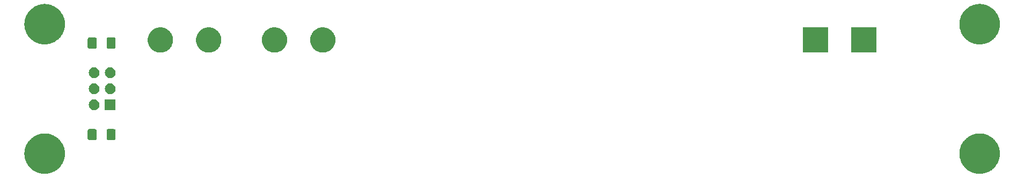
<source format=gbr>
G04 #@! TF.GenerationSoftware,KiCad,Pcbnew,8.0.5-8.0.5-0~ubuntu22.04.1*
G04 #@! TF.CreationDate,2024-09-10T18:26:47+02:00*
G04 #@! TF.ProjectId,Tube Driver,54756265-2044-4726-9976-65722e6b6963,1.0*
G04 #@! TF.SameCoordinates,Original*
G04 #@! TF.FileFunction,Soldermask,Bot*
G04 #@! TF.FilePolarity,Negative*
%FSLAX46Y46*%
G04 Gerber Fmt 4.6, Leading zero omitted, Abs format (unit mm)*
G04 Created by KiCad (PCBNEW 8.0.5-8.0.5-0~ubuntu22.04.1) date 2024-09-10 18:26:47*
%MOMM*%
%LPD*%
G01*
G04 APERTURE LIST*
G04 APERTURE END LIST*
G36*
X75084866Y-112804766D02*
G01*
X75173239Y-112804766D01*
X75267593Y-112815027D01*
X75358286Y-112820121D01*
X75436297Y-112833375D01*
X75517692Y-112842228D01*
X75616827Y-112864049D01*
X75712067Y-112880231D01*
X75782406Y-112900495D01*
X75856067Y-112916709D01*
X75958574Y-112951248D01*
X76056893Y-112979573D01*
X76119045Y-113005317D01*
X76184417Y-113027344D01*
X76288715Y-113075597D01*
X76388428Y-113116900D01*
X76442068Y-113146546D01*
X76498874Y-113172827D01*
X76603243Y-113235624D01*
X76702503Y-113290483D01*
X76747599Y-113322480D01*
X76795755Y-113351455D01*
X76898321Y-113429423D01*
X76995167Y-113498139D01*
X77031908Y-113530972D01*
X77071590Y-113561138D01*
X77170412Y-113654747D01*
X77262742Y-113737258D01*
X77291553Y-113769498D01*
X77323131Y-113799410D01*
X77416173Y-113908948D01*
X77501861Y-114004833D01*
X77523383Y-114035166D01*
X77547436Y-114063483D01*
X77632634Y-114189140D01*
X77709517Y-114297497D01*
X77724576Y-114324745D01*
X77741880Y-114350266D01*
X77817197Y-114492329D01*
X77883100Y-114611572D01*
X77892691Y-114634727D01*
X77904174Y-114656386D01*
X77967585Y-114815536D01*
X78020427Y-114943107D01*
X78025682Y-114961350D01*
X78032419Y-114978257D01*
X78082018Y-115156896D01*
X78119769Y-115287933D01*
X78121926Y-115300633D01*
X78125115Y-115312116D01*
X78159106Y-115519457D01*
X78179879Y-115641714D01*
X78180259Y-115648481D01*
X78181167Y-115654020D01*
X78197856Y-115961838D01*
X78200000Y-116000000D01*
X78197856Y-116038164D01*
X78181167Y-116345979D01*
X78180259Y-116351516D01*
X78179879Y-116358286D01*
X78159102Y-116480569D01*
X78125115Y-116687883D01*
X78121927Y-116699363D01*
X78119769Y-116712067D01*
X78082010Y-116843130D01*
X78032419Y-117021742D01*
X78025683Y-117038646D01*
X78020427Y-117056893D01*
X77967574Y-117184489D01*
X77904174Y-117343613D01*
X77892693Y-117365268D01*
X77883100Y-117388428D01*
X77817184Y-117507694D01*
X77741880Y-117649733D01*
X77724579Y-117675248D01*
X77709517Y-117702503D01*
X77632618Y-117810880D01*
X77547436Y-117936516D01*
X77523387Y-117964827D01*
X77501861Y-117995167D01*
X77416156Y-118091071D01*
X77323131Y-118200589D01*
X77291559Y-118230494D01*
X77262742Y-118262742D01*
X77170393Y-118345269D01*
X77071590Y-118438861D01*
X77031915Y-118469020D01*
X76995167Y-118501861D01*
X76898301Y-118570590D01*
X76795755Y-118648544D01*
X76747609Y-118677512D01*
X76702503Y-118709517D01*
X76603222Y-118764387D01*
X76498874Y-118827172D01*
X76442079Y-118853447D01*
X76388428Y-118883100D01*
X76288694Y-118924411D01*
X76184417Y-118972655D01*
X76119058Y-118994676D01*
X76056893Y-119020427D01*
X75958554Y-119048757D01*
X75856067Y-119083290D01*
X75782420Y-119099500D01*
X75712067Y-119119769D01*
X75616807Y-119135954D01*
X75517692Y-119157771D01*
X75436309Y-119166622D01*
X75358286Y-119179879D01*
X75267588Y-119184972D01*
X75173239Y-119195234D01*
X75084866Y-119195234D01*
X75000000Y-119200000D01*
X74915134Y-119195234D01*
X74826761Y-119195234D01*
X74732411Y-119184972D01*
X74641714Y-119179879D01*
X74563691Y-119166622D01*
X74482307Y-119157771D01*
X74383187Y-119135953D01*
X74287933Y-119119769D01*
X74217582Y-119099501D01*
X74143932Y-119083290D01*
X74041438Y-119048755D01*
X73943107Y-119020427D01*
X73880945Y-118994678D01*
X73815582Y-118972655D01*
X73711295Y-118924407D01*
X73611572Y-118883100D01*
X73557925Y-118853450D01*
X73501125Y-118827172D01*
X73396764Y-118764380D01*
X73297497Y-118709517D01*
X73252396Y-118677516D01*
X73204244Y-118648544D01*
X73101683Y-118570580D01*
X73004833Y-118501861D01*
X72968089Y-118469025D01*
X72928409Y-118438861D01*
X72829588Y-118345253D01*
X72737258Y-118262742D01*
X72708445Y-118230501D01*
X72676868Y-118200589D01*
X72583823Y-118091048D01*
X72498139Y-117995167D01*
X72476617Y-117964835D01*
X72452563Y-117936516D01*
X72367358Y-117810849D01*
X72290483Y-117702503D01*
X72275424Y-117675256D01*
X72258119Y-117649733D01*
X72182791Y-117507649D01*
X72116900Y-117388428D01*
X72107310Y-117365277D01*
X72095825Y-117343613D01*
X72032399Y-117184425D01*
X71979573Y-117056893D01*
X71974318Y-117038655D01*
X71967580Y-117021742D01*
X71917961Y-116843034D01*
X71880231Y-116712067D01*
X71878074Y-116699372D01*
X71874884Y-116687883D01*
X71840869Y-116480401D01*
X71820121Y-116358286D01*
X71819741Y-116351525D01*
X71818832Y-116345979D01*
X71802114Y-116037648D01*
X71800000Y-116000000D01*
X71802114Y-115962354D01*
X71818832Y-115654020D01*
X71819741Y-115648472D01*
X71820121Y-115641714D01*
X71840864Y-115519625D01*
X71874884Y-115312116D01*
X71878074Y-115300624D01*
X71880231Y-115287933D01*
X71917954Y-115156992D01*
X71967580Y-114978257D01*
X71974319Y-114961341D01*
X71979573Y-114943107D01*
X72032388Y-114815599D01*
X72095825Y-114656386D01*
X72107312Y-114634718D01*
X72116900Y-114611572D01*
X72182778Y-114492373D01*
X72258119Y-114350266D01*
X72275427Y-114324737D01*
X72290483Y-114297497D01*
X72367343Y-114189172D01*
X72452563Y-114063483D01*
X72476621Y-114035158D01*
X72498139Y-114004833D01*
X72583806Y-113908970D01*
X72676868Y-113799410D01*
X72708451Y-113769492D01*
X72737258Y-113737258D01*
X72829569Y-113654763D01*
X72928409Y-113561138D01*
X72968097Y-113530967D01*
X73004833Y-113498139D01*
X73101663Y-113429433D01*
X73204244Y-113351455D01*
X73252405Y-113322477D01*
X73297497Y-113290483D01*
X73396744Y-113235630D01*
X73501125Y-113172827D01*
X73557936Y-113146543D01*
X73611572Y-113116900D01*
X73711275Y-113075601D01*
X73815582Y-113027344D01*
X73880958Y-113005315D01*
X73943107Y-112979573D01*
X74041418Y-112951250D01*
X74143932Y-112916709D01*
X74217596Y-112900494D01*
X74287933Y-112880231D01*
X74383167Y-112864049D01*
X74482307Y-112842228D01*
X74563704Y-112833375D01*
X74641714Y-112820121D01*
X74732406Y-112815027D01*
X74826761Y-112804766D01*
X74915134Y-112804766D01*
X75000000Y-112800000D01*
X75084866Y-112804766D01*
G37*
G36*
X222584866Y-112804766D02*
G01*
X222673239Y-112804766D01*
X222767593Y-112815027D01*
X222858286Y-112820121D01*
X222936297Y-112833375D01*
X223017692Y-112842228D01*
X223116827Y-112864049D01*
X223212067Y-112880231D01*
X223282406Y-112900495D01*
X223356067Y-112916709D01*
X223458574Y-112951248D01*
X223556893Y-112979573D01*
X223619045Y-113005317D01*
X223684417Y-113027344D01*
X223788715Y-113075597D01*
X223888428Y-113116900D01*
X223942068Y-113146546D01*
X223998874Y-113172827D01*
X224103243Y-113235624D01*
X224202503Y-113290483D01*
X224247599Y-113322480D01*
X224295755Y-113351455D01*
X224398321Y-113429423D01*
X224495167Y-113498139D01*
X224531908Y-113530972D01*
X224571590Y-113561138D01*
X224670412Y-113654747D01*
X224762742Y-113737258D01*
X224791553Y-113769498D01*
X224823131Y-113799410D01*
X224916173Y-113908948D01*
X225001861Y-114004833D01*
X225023383Y-114035166D01*
X225047436Y-114063483D01*
X225132634Y-114189140D01*
X225209517Y-114297497D01*
X225224576Y-114324745D01*
X225241880Y-114350266D01*
X225317197Y-114492329D01*
X225383100Y-114611572D01*
X225392691Y-114634727D01*
X225404174Y-114656386D01*
X225467585Y-114815536D01*
X225520427Y-114943107D01*
X225525682Y-114961350D01*
X225532419Y-114978257D01*
X225582018Y-115156896D01*
X225619769Y-115287933D01*
X225621926Y-115300633D01*
X225625115Y-115312116D01*
X225659106Y-115519457D01*
X225679879Y-115641714D01*
X225680259Y-115648481D01*
X225681167Y-115654020D01*
X225697856Y-115961838D01*
X225700000Y-116000000D01*
X225697856Y-116038164D01*
X225681167Y-116345979D01*
X225680259Y-116351516D01*
X225679879Y-116358286D01*
X225659102Y-116480569D01*
X225625115Y-116687883D01*
X225621927Y-116699363D01*
X225619769Y-116712067D01*
X225582010Y-116843130D01*
X225532419Y-117021742D01*
X225525683Y-117038646D01*
X225520427Y-117056893D01*
X225467574Y-117184489D01*
X225404174Y-117343613D01*
X225392693Y-117365268D01*
X225383100Y-117388428D01*
X225317184Y-117507694D01*
X225241880Y-117649733D01*
X225224579Y-117675248D01*
X225209517Y-117702503D01*
X225132618Y-117810880D01*
X225047436Y-117936516D01*
X225023387Y-117964827D01*
X225001861Y-117995167D01*
X224916156Y-118091071D01*
X224823131Y-118200589D01*
X224791559Y-118230494D01*
X224762742Y-118262742D01*
X224670393Y-118345269D01*
X224571590Y-118438861D01*
X224531915Y-118469020D01*
X224495167Y-118501861D01*
X224398301Y-118570590D01*
X224295755Y-118648544D01*
X224247609Y-118677512D01*
X224202503Y-118709517D01*
X224103222Y-118764387D01*
X223998874Y-118827172D01*
X223942079Y-118853447D01*
X223888428Y-118883100D01*
X223788694Y-118924411D01*
X223684417Y-118972655D01*
X223619058Y-118994676D01*
X223556893Y-119020427D01*
X223458554Y-119048757D01*
X223356067Y-119083290D01*
X223282420Y-119099500D01*
X223212067Y-119119769D01*
X223116807Y-119135954D01*
X223017692Y-119157771D01*
X222936309Y-119166622D01*
X222858286Y-119179879D01*
X222767588Y-119184972D01*
X222673239Y-119195234D01*
X222584866Y-119195234D01*
X222500000Y-119200000D01*
X222415134Y-119195234D01*
X222326761Y-119195234D01*
X222232411Y-119184972D01*
X222141714Y-119179879D01*
X222063691Y-119166622D01*
X221982307Y-119157771D01*
X221883187Y-119135953D01*
X221787933Y-119119769D01*
X221717582Y-119099501D01*
X221643932Y-119083290D01*
X221541438Y-119048755D01*
X221443107Y-119020427D01*
X221380945Y-118994678D01*
X221315582Y-118972655D01*
X221211295Y-118924407D01*
X221111572Y-118883100D01*
X221057925Y-118853450D01*
X221001125Y-118827172D01*
X220896764Y-118764380D01*
X220797497Y-118709517D01*
X220752396Y-118677516D01*
X220704244Y-118648544D01*
X220601683Y-118570580D01*
X220504833Y-118501861D01*
X220468089Y-118469025D01*
X220428409Y-118438861D01*
X220329588Y-118345253D01*
X220237258Y-118262742D01*
X220208445Y-118230501D01*
X220176868Y-118200589D01*
X220083823Y-118091048D01*
X219998139Y-117995167D01*
X219976617Y-117964835D01*
X219952563Y-117936516D01*
X219867358Y-117810849D01*
X219790483Y-117702503D01*
X219775424Y-117675256D01*
X219758119Y-117649733D01*
X219682791Y-117507649D01*
X219616900Y-117388428D01*
X219607310Y-117365277D01*
X219595825Y-117343613D01*
X219532399Y-117184425D01*
X219479573Y-117056893D01*
X219474318Y-117038655D01*
X219467580Y-117021742D01*
X219417961Y-116843034D01*
X219380231Y-116712067D01*
X219378074Y-116699372D01*
X219374884Y-116687883D01*
X219340869Y-116480401D01*
X219320121Y-116358286D01*
X219319741Y-116351525D01*
X219318832Y-116345979D01*
X219302114Y-116037648D01*
X219300000Y-116000000D01*
X219302114Y-115962354D01*
X219318832Y-115654020D01*
X219319741Y-115648472D01*
X219320121Y-115641714D01*
X219340864Y-115519625D01*
X219374884Y-115312116D01*
X219378074Y-115300624D01*
X219380231Y-115287933D01*
X219417954Y-115156992D01*
X219467580Y-114978257D01*
X219474319Y-114961341D01*
X219479573Y-114943107D01*
X219532388Y-114815599D01*
X219595825Y-114656386D01*
X219607312Y-114634718D01*
X219616900Y-114611572D01*
X219682778Y-114492373D01*
X219758119Y-114350266D01*
X219775427Y-114324737D01*
X219790483Y-114297497D01*
X219867343Y-114189172D01*
X219952563Y-114063483D01*
X219976621Y-114035158D01*
X219998139Y-114004833D01*
X220083806Y-113908970D01*
X220176868Y-113799410D01*
X220208451Y-113769492D01*
X220237258Y-113737258D01*
X220329569Y-113654763D01*
X220428409Y-113561138D01*
X220468097Y-113530967D01*
X220504833Y-113498139D01*
X220601663Y-113429433D01*
X220704244Y-113351455D01*
X220752405Y-113322477D01*
X220797497Y-113290483D01*
X220896744Y-113235630D01*
X221001125Y-113172827D01*
X221057936Y-113146543D01*
X221111572Y-113116900D01*
X221211275Y-113075601D01*
X221315582Y-113027344D01*
X221380958Y-113005315D01*
X221443107Y-112979573D01*
X221541418Y-112951250D01*
X221643932Y-112916709D01*
X221717596Y-112900494D01*
X221787933Y-112880231D01*
X221883167Y-112864049D01*
X221982307Y-112842228D01*
X222063704Y-112833375D01*
X222141714Y-112820121D01*
X222232406Y-112815027D01*
X222326761Y-112804766D01*
X222415134Y-112804766D01*
X222500000Y-112800000D01*
X222584866Y-112804766D01*
G37*
G36*
X82966546Y-112125805D02*
G01*
X83017907Y-112131764D01*
X83035453Y-112139511D01*
X83058170Y-112144030D01*
X83082487Y-112160278D01*
X83103293Y-112169465D01*
X83117504Y-112183676D01*
X83139276Y-112198224D01*
X83153823Y-112219995D01*
X83168034Y-112234206D01*
X83177219Y-112255010D01*
X83193470Y-112279330D01*
X83197988Y-112302047D01*
X83205735Y-112319592D01*
X83211696Y-112370966D01*
X83212499Y-112375002D01*
X83212499Y-112377883D01*
X83212500Y-112377892D01*
X83212500Y-113027344D01*
X83212500Y-113624999D01*
X83211694Y-113629048D01*
X83205735Y-113680407D01*
X83197989Y-113697949D01*
X83193470Y-113720670D01*
X83177218Y-113744991D01*
X83168034Y-113765793D01*
X83153825Y-113780001D01*
X83139276Y-113801776D01*
X83117501Y-113816325D01*
X83103293Y-113830534D01*
X83082491Y-113839718D01*
X83058170Y-113855970D01*
X83035450Y-113860488D01*
X83017907Y-113868235D01*
X82966534Y-113874196D01*
X82962498Y-113874999D01*
X82959615Y-113874999D01*
X82959607Y-113875000D01*
X82040393Y-113875000D01*
X82040392Y-113874999D01*
X82037501Y-113875000D01*
X82033451Y-113874194D01*
X81982092Y-113868235D01*
X81964548Y-113860488D01*
X81941830Y-113855970D01*
X81917510Y-113839719D01*
X81896706Y-113830534D01*
X81882495Y-113816323D01*
X81860724Y-113801776D01*
X81846176Y-113780004D01*
X81831965Y-113765793D01*
X81822778Y-113744987D01*
X81806530Y-113720670D01*
X81802011Y-113697954D01*
X81794264Y-113680407D01*
X81788303Y-113629033D01*
X81787501Y-113624998D01*
X81787500Y-113622115D01*
X81787500Y-113622107D01*
X81787500Y-112377892D01*
X81787500Y-112377891D01*
X81787500Y-112375001D01*
X81788304Y-112370954D01*
X81794264Y-112319592D01*
X81802011Y-112302044D01*
X81806530Y-112279330D01*
X81822777Y-112255014D01*
X81831965Y-112234206D01*
X81846178Y-112219992D01*
X81860724Y-112198224D01*
X81882492Y-112183678D01*
X81896706Y-112169465D01*
X81917514Y-112160277D01*
X81941830Y-112144030D01*
X81964543Y-112139512D01*
X81982092Y-112131764D01*
X82033467Y-112125803D01*
X82037502Y-112125001D01*
X82040384Y-112125000D01*
X82040393Y-112125000D01*
X82959607Y-112125000D01*
X82962499Y-112125000D01*
X82966546Y-112125805D01*
G37*
G36*
X85941546Y-112125805D02*
G01*
X85992907Y-112131764D01*
X86010453Y-112139511D01*
X86033170Y-112144030D01*
X86057487Y-112160278D01*
X86078293Y-112169465D01*
X86092504Y-112183676D01*
X86114276Y-112198224D01*
X86128823Y-112219995D01*
X86143034Y-112234206D01*
X86152219Y-112255010D01*
X86168470Y-112279330D01*
X86172988Y-112302047D01*
X86180735Y-112319592D01*
X86186696Y-112370966D01*
X86187499Y-112375002D01*
X86187499Y-112377883D01*
X86187500Y-112377892D01*
X86187500Y-113027344D01*
X86187500Y-113624999D01*
X86186694Y-113629048D01*
X86180735Y-113680407D01*
X86172989Y-113697949D01*
X86168470Y-113720670D01*
X86152218Y-113744991D01*
X86143034Y-113765793D01*
X86128825Y-113780001D01*
X86114276Y-113801776D01*
X86092501Y-113816325D01*
X86078293Y-113830534D01*
X86057491Y-113839718D01*
X86033170Y-113855970D01*
X86010450Y-113860488D01*
X85992907Y-113868235D01*
X85941534Y-113874196D01*
X85937498Y-113874999D01*
X85934615Y-113874999D01*
X85934607Y-113875000D01*
X85015393Y-113875000D01*
X85015392Y-113874999D01*
X85012501Y-113875000D01*
X85008451Y-113874194D01*
X84957092Y-113868235D01*
X84939548Y-113860488D01*
X84916830Y-113855970D01*
X84892510Y-113839719D01*
X84871706Y-113830534D01*
X84857495Y-113816323D01*
X84835724Y-113801776D01*
X84821176Y-113780004D01*
X84806965Y-113765793D01*
X84797778Y-113744987D01*
X84781530Y-113720670D01*
X84777011Y-113697954D01*
X84769264Y-113680407D01*
X84763303Y-113629033D01*
X84762501Y-113624998D01*
X84762500Y-113622115D01*
X84762500Y-113622107D01*
X84762500Y-112377892D01*
X84762500Y-112377891D01*
X84762500Y-112375001D01*
X84763304Y-112370954D01*
X84769264Y-112319592D01*
X84777011Y-112302044D01*
X84781530Y-112279330D01*
X84797777Y-112255014D01*
X84806965Y-112234206D01*
X84821178Y-112219992D01*
X84835724Y-112198224D01*
X84857492Y-112183678D01*
X84871706Y-112169465D01*
X84892514Y-112160277D01*
X84916830Y-112144030D01*
X84939543Y-112139512D01*
X84957092Y-112131764D01*
X85008467Y-112125803D01*
X85012502Y-112125001D01*
X85015384Y-112125000D01*
X85015393Y-112125000D01*
X85934607Y-112125000D01*
X85937499Y-112125000D01*
X85941546Y-112125805D01*
G37*
G36*
X86190000Y-109125000D02*
G01*
X84490000Y-109125000D01*
X84490000Y-107425000D01*
X86190000Y-107425000D01*
X86190000Y-109125000D01*
G37*
G36*
X83062664Y-107466602D02*
G01*
X83225000Y-107538878D01*
X83368761Y-107643327D01*
X83487664Y-107775383D01*
X83576514Y-107929274D01*
X83631425Y-108098275D01*
X83650000Y-108275000D01*
X83631425Y-108451725D01*
X83576514Y-108620726D01*
X83487664Y-108774617D01*
X83368761Y-108906673D01*
X83225000Y-109011122D01*
X83062664Y-109083398D01*
X82888849Y-109120344D01*
X82711151Y-109120344D01*
X82537336Y-109083398D01*
X82375000Y-109011122D01*
X82231239Y-108906673D01*
X82112336Y-108774617D01*
X82023486Y-108620726D01*
X81968575Y-108451725D01*
X81950000Y-108275000D01*
X81968575Y-108098275D01*
X82023486Y-107929274D01*
X82112336Y-107775383D01*
X82231239Y-107643327D01*
X82375000Y-107538878D01*
X82537336Y-107466602D01*
X82711151Y-107429656D01*
X82888849Y-107429656D01*
X83062664Y-107466602D01*
G37*
G36*
X83062664Y-104926602D02*
G01*
X83225000Y-104998878D01*
X83368761Y-105103327D01*
X83487664Y-105235383D01*
X83576514Y-105389274D01*
X83631425Y-105558275D01*
X83650000Y-105735000D01*
X83631425Y-105911725D01*
X83576514Y-106080726D01*
X83487664Y-106234617D01*
X83368761Y-106366673D01*
X83225000Y-106471122D01*
X83062664Y-106543398D01*
X82888849Y-106580344D01*
X82711151Y-106580344D01*
X82537336Y-106543398D01*
X82375000Y-106471122D01*
X82231239Y-106366673D01*
X82112336Y-106234617D01*
X82023486Y-106080726D01*
X81968575Y-105911725D01*
X81950000Y-105735000D01*
X81968575Y-105558275D01*
X82023486Y-105389274D01*
X82112336Y-105235383D01*
X82231239Y-105103327D01*
X82375000Y-104998878D01*
X82537336Y-104926602D01*
X82711151Y-104889656D01*
X82888849Y-104889656D01*
X83062664Y-104926602D01*
G37*
G36*
X85602664Y-104926602D02*
G01*
X85765000Y-104998878D01*
X85908761Y-105103327D01*
X86027664Y-105235383D01*
X86116514Y-105389274D01*
X86171425Y-105558275D01*
X86190000Y-105735000D01*
X86171425Y-105911725D01*
X86116514Y-106080726D01*
X86027664Y-106234617D01*
X85908761Y-106366673D01*
X85765000Y-106471122D01*
X85602664Y-106543398D01*
X85428849Y-106580344D01*
X85251151Y-106580344D01*
X85077336Y-106543398D01*
X84915000Y-106471122D01*
X84771239Y-106366673D01*
X84652336Y-106234617D01*
X84563486Y-106080726D01*
X84508575Y-105911725D01*
X84490000Y-105735000D01*
X84508575Y-105558275D01*
X84563486Y-105389274D01*
X84652336Y-105235383D01*
X84771239Y-105103327D01*
X84915000Y-104998878D01*
X85077336Y-104926602D01*
X85251151Y-104889656D01*
X85428849Y-104889656D01*
X85602664Y-104926602D01*
G37*
G36*
X83062664Y-102386602D02*
G01*
X83225000Y-102458878D01*
X83368761Y-102563327D01*
X83487664Y-102695383D01*
X83576514Y-102849274D01*
X83631425Y-103018275D01*
X83650000Y-103195000D01*
X83631425Y-103371725D01*
X83576514Y-103540726D01*
X83487664Y-103694617D01*
X83368761Y-103826673D01*
X83225000Y-103931122D01*
X83062664Y-104003398D01*
X82888849Y-104040344D01*
X82711151Y-104040344D01*
X82537336Y-104003398D01*
X82375000Y-103931122D01*
X82231239Y-103826673D01*
X82112336Y-103694617D01*
X82023486Y-103540726D01*
X81968575Y-103371725D01*
X81950000Y-103195000D01*
X81968575Y-103018275D01*
X82023486Y-102849274D01*
X82112336Y-102695383D01*
X82231239Y-102563327D01*
X82375000Y-102458878D01*
X82537336Y-102386602D01*
X82711151Y-102349656D01*
X82888849Y-102349656D01*
X83062664Y-102386602D01*
G37*
G36*
X85602664Y-102386602D02*
G01*
X85765000Y-102458878D01*
X85908761Y-102563327D01*
X86027664Y-102695383D01*
X86116514Y-102849274D01*
X86171425Y-103018275D01*
X86190000Y-103195000D01*
X86171425Y-103371725D01*
X86116514Y-103540726D01*
X86027664Y-103694617D01*
X85908761Y-103826673D01*
X85765000Y-103931122D01*
X85602664Y-104003398D01*
X85428849Y-104040344D01*
X85251151Y-104040344D01*
X85077336Y-104003398D01*
X84915000Y-103931122D01*
X84771239Y-103826673D01*
X84652336Y-103694617D01*
X84563486Y-103540726D01*
X84508575Y-103371725D01*
X84490000Y-103195000D01*
X84508575Y-103018275D01*
X84563486Y-102849274D01*
X84652336Y-102695383D01*
X84771239Y-102563327D01*
X84915000Y-102458878D01*
X85077336Y-102386602D01*
X85251151Y-102349656D01*
X85428849Y-102349656D01*
X85602664Y-102386602D01*
G37*
G36*
X93316820Y-96004779D02*
G01*
X93386479Y-96004779D01*
X93462051Y-96015166D01*
X93534630Y-96020357D01*
X93594370Y-96033352D01*
X93656884Y-96041945D01*
X93736804Y-96064337D01*
X93813465Y-96081014D01*
X93865218Y-96100317D01*
X93919718Y-96115587D01*
X94002109Y-96151374D01*
X94080830Y-96180736D01*
X94124097Y-96204361D01*
X94170078Y-96224334D01*
X94252798Y-96274637D01*
X94331282Y-96317493D01*
X94365964Y-96343456D01*
X94403291Y-96366155D01*
X94484006Y-96431821D01*
X94559721Y-96488501D01*
X94586102Y-96514882D01*
X94615028Y-96538415D01*
X94691265Y-96620045D01*
X94761499Y-96690279D01*
X94780240Y-96715314D01*
X94801331Y-96737897D01*
X94870503Y-96835891D01*
X94932507Y-96918718D01*
X94944591Y-96940849D01*
X94958740Y-96960893D01*
X95018266Y-97075774D01*
X95069264Y-97169170D01*
X95075955Y-97187110D01*
X95084314Y-97203242D01*
X95131645Y-97336420D01*
X95168986Y-97436535D01*
X95171763Y-97449304D01*
X95175721Y-97460439D01*
X95208495Y-97618157D01*
X95229643Y-97715370D01*
X95230139Y-97722312D01*
X95231256Y-97727685D01*
X95247316Y-97962482D01*
X95250000Y-98000000D01*
X95247316Y-98037520D01*
X95231256Y-98272314D01*
X95230139Y-98277686D01*
X95229643Y-98284630D01*
X95208491Y-98381863D01*
X95175721Y-98539560D01*
X95171764Y-98550692D01*
X95168986Y-98563465D01*
X95131637Y-98663599D01*
X95084314Y-98796757D01*
X95075956Y-98812885D01*
X95069264Y-98830830D01*
X95018256Y-98924243D01*
X94958740Y-99039106D01*
X94944594Y-99059145D01*
X94932507Y-99081282D01*
X94870491Y-99164124D01*
X94801331Y-99262102D01*
X94780244Y-99284680D01*
X94761499Y-99309721D01*
X94691251Y-99379968D01*
X94615028Y-99461584D01*
X94586107Y-99485112D01*
X94559721Y-99511499D01*
X94483990Y-99568190D01*
X94403291Y-99633844D01*
X94365971Y-99656538D01*
X94331282Y-99682507D01*
X94252782Y-99725371D01*
X94170078Y-99775665D01*
X94124106Y-99795633D01*
X94080830Y-99819264D01*
X94002093Y-99848631D01*
X93919718Y-99884412D01*
X93865229Y-99899678D01*
X93813465Y-99918986D01*
X93736788Y-99935665D01*
X93656884Y-99958054D01*
X93594380Y-99966645D01*
X93534630Y-99979643D01*
X93462047Y-99984834D01*
X93386479Y-99995221D01*
X93316820Y-99995221D01*
X93250000Y-100000000D01*
X93183180Y-99995221D01*
X93113521Y-99995221D01*
X93037952Y-99984834D01*
X92965370Y-99979643D01*
X92905621Y-99966645D01*
X92843115Y-99958054D01*
X92763206Y-99935665D01*
X92686535Y-99918986D01*
X92634773Y-99899679D01*
X92580281Y-99884412D01*
X92497899Y-99848628D01*
X92419170Y-99819264D01*
X92375897Y-99795635D01*
X92329921Y-99775665D01*
X92247207Y-99725365D01*
X92168718Y-99682507D01*
X92134032Y-99656541D01*
X92096708Y-99633844D01*
X92015996Y-99568180D01*
X91940279Y-99511499D01*
X91913896Y-99485116D01*
X91884971Y-99461584D01*
X91808733Y-99379953D01*
X91738501Y-99309721D01*
X91719759Y-99284685D01*
X91698668Y-99262102D01*
X91629491Y-99164101D01*
X91567493Y-99081282D01*
X91555409Y-99059151D01*
X91541259Y-99039106D01*
X91481724Y-98924207D01*
X91430736Y-98830830D01*
X91424045Y-98812892D01*
X91415685Y-98796757D01*
X91368341Y-98663542D01*
X91331014Y-98563465D01*
X91328237Y-98550700D01*
X91324278Y-98539560D01*
X91291486Y-98381761D01*
X91270357Y-98284630D01*
X91269860Y-98277693D01*
X91268743Y-98272314D01*
X91252660Y-98037200D01*
X91250000Y-98000000D01*
X91252660Y-97962802D01*
X91268743Y-97727685D01*
X91269861Y-97722304D01*
X91270357Y-97715370D01*
X91291481Y-97618260D01*
X91324278Y-97460439D01*
X91328237Y-97449297D01*
X91331014Y-97436535D01*
X91368333Y-97336477D01*
X91415685Y-97203242D01*
X91424046Y-97187103D01*
X91430736Y-97169170D01*
X91481713Y-97075810D01*
X91541259Y-96960893D01*
X91555411Y-96940843D01*
X91567493Y-96918718D01*
X91629478Y-96835915D01*
X91698668Y-96737897D01*
X91719763Y-96715308D01*
X91738501Y-96690279D01*
X91808719Y-96620060D01*
X91884971Y-96538415D01*
X91913902Y-96514877D01*
X91940279Y-96488501D01*
X92015981Y-96431830D01*
X92096708Y-96366155D01*
X92134039Y-96343452D01*
X92168718Y-96317493D01*
X92247191Y-96274643D01*
X92329921Y-96224334D01*
X92375906Y-96204359D01*
X92419170Y-96180736D01*
X92497883Y-96151377D01*
X92580281Y-96115587D01*
X92634784Y-96100316D01*
X92686535Y-96081014D01*
X92763190Y-96064338D01*
X92843115Y-96041945D01*
X92905630Y-96033352D01*
X92965370Y-96020357D01*
X93037947Y-96015166D01*
X93113521Y-96004779D01*
X93183180Y-96004779D01*
X93250000Y-96000000D01*
X93316820Y-96004779D01*
G37*
G36*
X100936820Y-96004779D02*
G01*
X101006479Y-96004779D01*
X101082051Y-96015166D01*
X101154630Y-96020357D01*
X101214370Y-96033352D01*
X101276884Y-96041945D01*
X101356804Y-96064337D01*
X101433465Y-96081014D01*
X101485218Y-96100317D01*
X101539718Y-96115587D01*
X101622109Y-96151374D01*
X101700830Y-96180736D01*
X101744097Y-96204361D01*
X101790078Y-96224334D01*
X101872798Y-96274637D01*
X101951282Y-96317493D01*
X101985964Y-96343456D01*
X102023291Y-96366155D01*
X102104006Y-96431821D01*
X102179721Y-96488501D01*
X102206102Y-96514882D01*
X102235028Y-96538415D01*
X102311265Y-96620045D01*
X102381499Y-96690279D01*
X102400240Y-96715314D01*
X102421331Y-96737897D01*
X102490503Y-96835891D01*
X102552507Y-96918718D01*
X102564591Y-96940849D01*
X102578740Y-96960893D01*
X102638266Y-97075774D01*
X102689264Y-97169170D01*
X102695955Y-97187110D01*
X102704314Y-97203242D01*
X102751645Y-97336420D01*
X102788986Y-97436535D01*
X102791763Y-97449304D01*
X102795721Y-97460439D01*
X102828495Y-97618157D01*
X102849643Y-97715370D01*
X102850139Y-97722312D01*
X102851256Y-97727685D01*
X102867316Y-97962482D01*
X102870000Y-98000000D01*
X102867316Y-98037520D01*
X102851256Y-98272314D01*
X102850139Y-98277686D01*
X102849643Y-98284630D01*
X102828491Y-98381863D01*
X102795721Y-98539560D01*
X102791764Y-98550692D01*
X102788986Y-98563465D01*
X102751637Y-98663599D01*
X102704314Y-98796757D01*
X102695956Y-98812885D01*
X102689264Y-98830830D01*
X102638256Y-98924243D01*
X102578740Y-99039106D01*
X102564594Y-99059145D01*
X102552507Y-99081282D01*
X102490491Y-99164124D01*
X102421331Y-99262102D01*
X102400244Y-99284680D01*
X102381499Y-99309721D01*
X102311251Y-99379968D01*
X102235028Y-99461584D01*
X102206107Y-99485112D01*
X102179721Y-99511499D01*
X102103990Y-99568190D01*
X102023291Y-99633844D01*
X101985971Y-99656538D01*
X101951282Y-99682507D01*
X101872782Y-99725371D01*
X101790078Y-99775665D01*
X101744106Y-99795633D01*
X101700830Y-99819264D01*
X101622093Y-99848631D01*
X101539718Y-99884412D01*
X101485229Y-99899678D01*
X101433465Y-99918986D01*
X101356788Y-99935665D01*
X101276884Y-99958054D01*
X101214380Y-99966645D01*
X101154630Y-99979643D01*
X101082047Y-99984834D01*
X101006479Y-99995221D01*
X100936820Y-99995221D01*
X100870000Y-100000000D01*
X100803180Y-99995221D01*
X100733521Y-99995221D01*
X100657952Y-99984834D01*
X100585370Y-99979643D01*
X100525621Y-99966645D01*
X100463115Y-99958054D01*
X100383206Y-99935665D01*
X100306535Y-99918986D01*
X100254773Y-99899679D01*
X100200281Y-99884412D01*
X100117899Y-99848628D01*
X100039170Y-99819264D01*
X99995897Y-99795635D01*
X99949921Y-99775665D01*
X99867207Y-99725365D01*
X99788718Y-99682507D01*
X99754032Y-99656541D01*
X99716708Y-99633844D01*
X99635996Y-99568180D01*
X99560279Y-99511499D01*
X99533896Y-99485116D01*
X99504971Y-99461584D01*
X99428733Y-99379953D01*
X99358501Y-99309721D01*
X99339759Y-99284685D01*
X99318668Y-99262102D01*
X99249491Y-99164101D01*
X99187493Y-99081282D01*
X99175409Y-99059151D01*
X99161259Y-99039106D01*
X99101724Y-98924207D01*
X99050736Y-98830830D01*
X99044045Y-98812892D01*
X99035685Y-98796757D01*
X98988341Y-98663542D01*
X98951014Y-98563465D01*
X98948237Y-98550700D01*
X98944278Y-98539560D01*
X98911486Y-98381761D01*
X98890357Y-98284630D01*
X98889860Y-98277693D01*
X98888743Y-98272314D01*
X98872660Y-98037200D01*
X98870000Y-98000000D01*
X98872660Y-97962802D01*
X98888743Y-97727685D01*
X98889861Y-97722304D01*
X98890357Y-97715370D01*
X98911481Y-97618260D01*
X98944278Y-97460439D01*
X98948237Y-97449297D01*
X98951014Y-97436535D01*
X98988333Y-97336477D01*
X99035685Y-97203242D01*
X99044046Y-97187103D01*
X99050736Y-97169170D01*
X99101713Y-97075810D01*
X99161259Y-96960893D01*
X99175411Y-96940843D01*
X99187493Y-96918718D01*
X99249478Y-96835915D01*
X99318668Y-96737897D01*
X99339763Y-96715308D01*
X99358501Y-96690279D01*
X99428719Y-96620060D01*
X99504971Y-96538415D01*
X99533902Y-96514877D01*
X99560279Y-96488501D01*
X99635981Y-96431830D01*
X99716708Y-96366155D01*
X99754039Y-96343452D01*
X99788718Y-96317493D01*
X99867191Y-96274643D01*
X99949921Y-96224334D01*
X99995906Y-96204359D01*
X100039170Y-96180736D01*
X100117883Y-96151377D01*
X100200281Y-96115587D01*
X100254784Y-96100316D01*
X100306535Y-96081014D01*
X100383190Y-96064338D01*
X100463115Y-96041945D01*
X100525630Y-96033352D01*
X100585370Y-96020357D01*
X100657947Y-96015166D01*
X100733521Y-96004779D01*
X100803180Y-96004779D01*
X100870000Y-96000000D01*
X100936820Y-96004779D01*
G37*
G36*
X111316820Y-96004779D02*
G01*
X111386479Y-96004779D01*
X111462051Y-96015166D01*
X111534630Y-96020357D01*
X111594370Y-96033352D01*
X111656884Y-96041945D01*
X111736804Y-96064337D01*
X111813465Y-96081014D01*
X111865218Y-96100317D01*
X111919718Y-96115587D01*
X112002109Y-96151374D01*
X112080830Y-96180736D01*
X112124097Y-96204361D01*
X112170078Y-96224334D01*
X112252798Y-96274637D01*
X112331282Y-96317493D01*
X112365964Y-96343456D01*
X112403291Y-96366155D01*
X112484006Y-96431821D01*
X112559721Y-96488501D01*
X112586102Y-96514882D01*
X112615028Y-96538415D01*
X112691265Y-96620045D01*
X112761499Y-96690279D01*
X112780240Y-96715314D01*
X112801331Y-96737897D01*
X112870503Y-96835891D01*
X112932507Y-96918718D01*
X112944591Y-96940849D01*
X112958740Y-96960893D01*
X113018266Y-97075774D01*
X113069264Y-97169170D01*
X113075955Y-97187110D01*
X113084314Y-97203242D01*
X113131645Y-97336420D01*
X113168986Y-97436535D01*
X113171763Y-97449304D01*
X113175721Y-97460439D01*
X113208495Y-97618157D01*
X113229643Y-97715370D01*
X113230139Y-97722312D01*
X113231256Y-97727685D01*
X113247316Y-97962482D01*
X113250000Y-98000000D01*
X113247316Y-98037520D01*
X113231256Y-98272314D01*
X113230139Y-98277686D01*
X113229643Y-98284630D01*
X113208491Y-98381863D01*
X113175721Y-98539560D01*
X113171764Y-98550692D01*
X113168986Y-98563465D01*
X113131637Y-98663599D01*
X113084314Y-98796757D01*
X113075956Y-98812885D01*
X113069264Y-98830830D01*
X113018256Y-98924243D01*
X112958740Y-99039106D01*
X112944594Y-99059145D01*
X112932507Y-99081282D01*
X112870491Y-99164124D01*
X112801331Y-99262102D01*
X112780244Y-99284680D01*
X112761499Y-99309721D01*
X112691251Y-99379968D01*
X112615028Y-99461584D01*
X112586107Y-99485112D01*
X112559721Y-99511499D01*
X112483990Y-99568190D01*
X112403291Y-99633844D01*
X112365971Y-99656538D01*
X112331282Y-99682507D01*
X112252782Y-99725371D01*
X112170078Y-99775665D01*
X112124106Y-99795633D01*
X112080830Y-99819264D01*
X112002093Y-99848631D01*
X111919718Y-99884412D01*
X111865229Y-99899678D01*
X111813465Y-99918986D01*
X111736788Y-99935665D01*
X111656884Y-99958054D01*
X111594380Y-99966645D01*
X111534630Y-99979643D01*
X111462047Y-99984834D01*
X111386479Y-99995221D01*
X111316820Y-99995221D01*
X111250000Y-100000000D01*
X111183180Y-99995221D01*
X111113521Y-99995221D01*
X111037952Y-99984834D01*
X110965370Y-99979643D01*
X110905621Y-99966645D01*
X110843115Y-99958054D01*
X110763206Y-99935665D01*
X110686535Y-99918986D01*
X110634773Y-99899679D01*
X110580281Y-99884412D01*
X110497899Y-99848628D01*
X110419170Y-99819264D01*
X110375897Y-99795635D01*
X110329921Y-99775665D01*
X110247207Y-99725365D01*
X110168718Y-99682507D01*
X110134032Y-99656541D01*
X110096708Y-99633844D01*
X110015996Y-99568180D01*
X109940279Y-99511499D01*
X109913896Y-99485116D01*
X109884971Y-99461584D01*
X109808733Y-99379953D01*
X109738501Y-99309721D01*
X109719759Y-99284685D01*
X109698668Y-99262102D01*
X109629491Y-99164101D01*
X109567493Y-99081282D01*
X109555409Y-99059151D01*
X109541259Y-99039106D01*
X109481724Y-98924207D01*
X109430736Y-98830830D01*
X109424045Y-98812892D01*
X109415685Y-98796757D01*
X109368341Y-98663542D01*
X109331014Y-98563465D01*
X109328237Y-98550700D01*
X109324278Y-98539560D01*
X109291486Y-98381761D01*
X109270357Y-98284630D01*
X109269860Y-98277693D01*
X109268743Y-98272314D01*
X109252660Y-98037200D01*
X109250000Y-98000000D01*
X109252660Y-97962802D01*
X109268743Y-97727685D01*
X109269861Y-97722304D01*
X109270357Y-97715370D01*
X109291481Y-97618260D01*
X109324278Y-97460439D01*
X109328237Y-97449297D01*
X109331014Y-97436535D01*
X109368333Y-97336477D01*
X109415685Y-97203242D01*
X109424046Y-97187103D01*
X109430736Y-97169170D01*
X109481713Y-97075810D01*
X109541259Y-96960893D01*
X109555411Y-96940843D01*
X109567493Y-96918718D01*
X109629478Y-96835915D01*
X109698668Y-96737897D01*
X109719763Y-96715308D01*
X109738501Y-96690279D01*
X109808719Y-96620060D01*
X109884971Y-96538415D01*
X109913902Y-96514877D01*
X109940279Y-96488501D01*
X110015981Y-96431830D01*
X110096708Y-96366155D01*
X110134039Y-96343452D01*
X110168718Y-96317493D01*
X110247191Y-96274643D01*
X110329921Y-96224334D01*
X110375906Y-96204359D01*
X110419170Y-96180736D01*
X110497883Y-96151377D01*
X110580281Y-96115587D01*
X110634784Y-96100316D01*
X110686535Y-96081014D01*
X110763190Y-96064338D01*
X110843115Y-96041945D01*
X110905630Y-96033352D01*
X110965370Y-96020357D01*
X111037947Y-96015166D01*
X111113521Y-96004779D01*
X111183180Y-96004779D01*
X111250000Y-96000000D01*
X111316820Y-96004779D01*
G37*
G36*
X118936820Y-96004779D02*
G01*
X119006479Y-96004779D01*
X119082051Y-96015166D01*
X119154630Y-96020357D01*
X119214370Y-96033352D01*
X119276884Y-96041945D01*
X119356804Y-96064337D01*
X119433465Y-96081014D01*
X119485218Y-96100317D01*
X119539718Y-96115587D01*
X119622109Y-96151374D01*
X119700830Y-96180736D01*
X119744097Y-96204361D01*
X119790078Y-96224334D01*
X119872798Y-96274637D01*
X119951282Y-96317493D01*
X119985964Y-96343456D01*
X120023291Y-96366155D01*
X120104006Y-96431821D01*
X120179721Y-96488501D01*
X120206102Y-96514882D01*
X120235028Y-96538415D01*
X120311265Y-96620045D01*
X120381499Y-96690279D01*
X120400240Y-96715314D01*
X120421331Y-96737897D01*
X120490503Y-96835891D01*
X120552507Y-96918718D01*
X120564591Y-96940849D01*
X120578740Y-96960893D01*
X120638266Y-97075774D01*
X120689264Y-97169170D01*
X120695955Y-97187110D01*
X120704314Y-97203242D01*
X120751645Y-97336420D01*
X120788986Y-97436535D01*
X120791763Y-97449304D01*
X120795721Y-97460439D01*
X120828495Y-97618157D01*
X120849643Y-97715370D01*
X120850139Y-97722312D01*
X120851256Y-97727685D01*
X120867316Y-97962482D01*
X120870000Y-98000000D01*
X120867316Y-98037520D01*
X120851256Y-98272314D01*
X120850139Y-98277686D01*
X120849643Y-98284630D01*
X120828491Y-98381863D01*
X120795721Y-98539560D01*
X120791764Y-98550692D01*
X120788986Y-98563465D01*
X120751637Y-98663599D01*
X120704314Y-98796757D01*
X120695956Y-98812885D01*
X120689264Y-98830830D01*
X120638256Y-98924243D01*
X120578740Y-99039106D01*
X120564594Y-99059145D01*
X120552507Y-99081282D01*
X120490491Y-99164124D01*
X120421331Y-99262102D01*
X120400244Y-99284680D01*
X120381499Y-99309721D01*
X120311251Y-99379968D01*
X120235028Y-99461584D01*
X120206107Y-99485112D01*
X120179721Y-99511499D01*
X120103990Y-99568190D01*
X120023291Y-99633844D01*
X119985971Y-99656538D01*
X119951282Y-99682507D01*
X119872782Y-99725371D01*
X119790078Y-99775665D01*
X119744106Y-99795633D01*
X119700830Y-99819264D01*
X119622093Y-99848631D01*
X119539718Y-99884412D01*
X119485229Y-99899678D01*
X119433465Y-99918986D01*
X119356788Y-99935665D01*
X119276884Y-99958054D01*
X119214380Y-99966645D01*
X119154630Y-99979643D01*
X119082047Y-99984834D01*
X119006479Y-99995221D01*
X118936820Y-99995221D01*
X118870000Y-100000000D01*
X118803180Y-99995221D01*
X118733521Y-99995221D01*
X118657952Y-99984834D01*
X118585370Y-99979643D01*
X118525621Y-99966645D01*
X118463115Y-99958054D01*
X118383206Y-99935665D01*
X118306535Y-99918986D01*
X118254773Y-99899679D01*
X118200281Y-99884412D01*
X118117899Y-99848628D01*
X118039170Y-99819264D01*
X117995897Y-99795635D01*
X117949921Y-99775665D01*
X117867207Y-99725365D01*
X117788718Y-99682507D01*
X117754032Y-99656541D01*
X117716708Y-99633844D01*
X117635996Y-99568180D01*
X117560279Y-99511499D01*
X117533896Y-99485116D01*
X117504971Y-99461584D01*
X117428733Y-99379953D01*
X117358501Y-99309721D01*
X117339759Y-99284685D01*
X117318668Y-99262102D01*
X117249491Y-99164101D01*
X117187493Y-99081282D01*
X117175409Y-99059151D01*
X117161259Y-99039106D01*
X117101724Y-98924207D01*
X117050736Y-98830830D01*
X117044045Y-98812892D01*
X117035685Y-98796757D01*
X116988341Y-98663542D01*
X116951014Y-98563465D01*
X116948237Y-98550700D01*
X116944278Y-98539560D01*
X116911486Y-98381761D01*
X116890357Y-98284630D01*
X116889860Y-98277693D01*
X116888743Y-98272314D01*
X116872660Y-98037200D01*
X116870000Y-98000000D01*
X116872660Y-97962802D01*
X116888743Y-97727685D01*
X116889861Y-97722304D01*
X116890357Y-97715370D01*
X116911481Y-97618260D01*
X116944278Y-97460439D01*
X116948237Y-97449297D01*
X116951014Y-97436535D01*
X116988333Y-97336477D01*
X117035685Y-97203242D01*
X117044046Y-97187103D01*
X117050736Y-97169170D01*
X117101713Y-97075810D01*
X117161259Y-96960893D01*
X117175411Y-96940843D01*
X117187493Y-96918718D01*
X117249478Y-96835915D01*
X117318668Y-96737897D01*
X117339763Y-96715308D01*
X117358501Y-96690279D01*
X117428719Y-96620060D01*
X117504971Y-96538415D01*
X117533902Y-96514877D01*
X117560279Y-96488501D01*
X117635981Y-96431830D01*
X117716708Y-96366155D01*
X117754039Y-96343452D01*
X117788718Y-96317493D01*
X117867191Y-96274643D01*
X117949921Y-96224334D01*
X117995906Y-96204359D01*
X118039170Y-96180736D01*
X118117883Y-96151377D01*
X118200281Y-96115587D01*
X118254784Y-96100316D01*
X118306535Y-96081014D01*
X118383190Y-96064338D01*
X118463115Y-96041945D01*
X118525630Y-96033352D01*
X118585370Y-96020357D01*
X118657947Y-96015166D01*
X118733521Y-96004779D01*
X118803180Y-96004779D01*
X118870000Y-96000000D01*
X118936820Y-96004779D01*
G37*
G36*
X198630000Y-100000000D02*
G01*
X194630000Y-100000000D01*
X194630000Y-96000000D01*
X198630000Y-96000000D01*
X198630000Y-100000000D01*
G37*
G36*
X206250000Y-100000000D02*
G01*
X202250000Y-100000000D01*
X202250000Y-96000000D01*
X206250000Y-96000000D01*
X206250000Y-100000000D01*
G37*
G36*
X82966546Y-97625805D02*
G01*
X83017907Y-97631764D01*
X83035453Y-97639511D01*
X83058170Y-97644030D01*
X83082487Y-97660278D01*
X83103293Y-97669465D01*
X83117504Y-97683676D01*
X83139276Y-97698224D01*
X83153823Y-97719995D01*
X83168034Y-97734206D01*
X83177219Y-97755010D01*
X83193470Y-97779330D01*
X83197988Y-97802047D01*
X83205735Y-97819592D01*
X83211696Y-97870966D01*
X83212499Y-97875002D01*
X83212499Y-97877883D01*
X83212500Y-97877892D01*
X83212500Y-98520427D01*
X83212500Y-99124999D01*
X83211694Y-99129048D01*
X83205735Y-99180407D01*
X83197989Y-99197949D01*
X83193470Y-99220670D01*
X83177218Y-99244991D01*
X83168034Y-99265793D01*
X83153825Y-99280001D01*
X83139276Y-99301776D01*
X83117501Y-99316325D01*
X83103293Y-99330534D01*
X83082491Y-99339718D01*
X83058170Y-99355970D01*
X83035450Y-99360488D01*
X83017907Y-99368235D01*
X82966534Y-99374196D01*
X82962498Y-99374999D01*
X82959615Y-99374999D01*
X82959607Y-99375000D01*
X82040393Y-99375000D01*
X82040392Y-99374999D01*
X82037501Y-99375000D01*
X82033451Y-99374194D01*
X81982092Y-99368235D01*
X81964548Y-99360488D01*
X81941830Y-99355970D01*
X81917510Y-99339719D01*
X81896706Y-99330534D01*
X81882495Y-99316323D01*
X81860724Y-99301776D01*
X81846176Y-99280004D01*
X81831965Y-99265793D01*
X81822778Y-99244987D01*
X81806530Y-99220670D01*
X81802011Y-99197954D01*
X81794264Y-99180407D01*
X81788303Y-99129033D01*
X81787501Y-99124998D01*
X81787500Y-99122115D01*
X81787500Y-99122107D01*
X81787500Y-97877892D01*
X81787500Y-97877891D01*
X81787500Y-97875001D01*
X81788304Y-97870954D01*
X81794264Y-97819592D01*
X81802011Y-97802044D01*
X81806530Y-97779330D01*
X81822777Y-97755014D01*
X81831965Y-97734206D01*
X81846178Y-97719992D01*
X81860724Y-97698224D01*
X81882492Y-97683678D01*
X81896706Y-97669465D01*
X81917514Y-97660277D01*
X81941830Y-97644030D01*
X81964543Y-97639512D01*
X81982092Y-97631764D01*
X82033467Y-97625803D01*
X82037502Y-97625001D01*
X82040384Y-97625000D01*
X82040393Y-97625000D01*
X82959607Y-97625000D01*
X82962499Y-97625000D01*
X82966546Y-97625805D01*
G37*
G36*
X85941546Y-97625805D02*
G01*
X85992907Y-97631764D01*
X86010453Y-97639511D01*
X86033170Y-97644030D01*
X86057487Y-97660278D01*
X86078293Y-97669465D01*
X86092504Y-97683676D01*
X86114276Y-97698224D01*
X86128823Y-97719995D01*
X86143034Y-97734206D01*
X86152219Y-97755010D01*
X86168470Y-97779330D01*
X86172988Y-97802047D01*
X86180735Y-97819592D01*
X86186696Y-97870966D01*
X86187499Y-97875002D01*
X86187499Y-97877883D01*
X86187500Y-97877892D01*
X86187500Y-98520427D01*
X86187500Y-99124999D01*
X86186694Y-99129048D01*
X86180735Y-99180407D01*
X86172989Y-99197949D01*
X86168470Y-99220670D01*
X86152218Y-99244991D01*
X86143034Y-99265793D01*
X86128825Y-99280001D01*
X86114276Y-99301776D01*
X86092501Y-99316325D01*
X86078293Y-99330534D01*
X86057491Y-99339718D01*
X86033170Y-99355970D01*
X86010450Y-99360488D01*
X85992907Y-99368235D01*
X85941534Y-99374196D01*
X85937498Y-99374999D01*
X85934615Y-99374999D01*
X85934607Y-99375000D01*
X85015393Y-99375000D01*
X85015392Y-99374999D01*
X85012501Y-99375000D01*
X85008451Y-99374194D01*
X84957092Y-99368235D01*
X84939548Y-99360488D01*
X84916830Y-99355970D01*
X84892510Y-99339719D01*
X84871706Y-99330534D01*
X84857495Y-99316323D01*
X84835724Y-99301776D01*
X84821176Y-99280004D01*
X84806965Y-99265793D01*
X84797778Y-99244987D01*
X84781530Y-99220670D01*
X84777011Y-99197954D01*
X84769264Y-99180407D01*
X84763303Y-99129033D01*
X84762501Y-99124998D01*
X84762500Y-99122115D01*
X84762500Y-99122107D01*
X84762500Y-97877892D01*
X84762500Y-97877891D01*
X84762500Y-97875001D01*
X84763304Y-97870954D01*
X84769264Y-97819592D01*
X84777011Y-97802044D01*
X84781530Y-97779330D01*
X84797777Y-97755014D01*
X84806965Y-97734206D01*
X84821178Y-97719992D01*
X84835724Y-97698224D01*
X84857492Y-97683678D01*
X84871706Y-97669465D01*
X84892514Y-97660277D01*
X84916830Y-97644030D01*
X84939543Y-97639512D01*
X84957092Y-97631764D01*
X85008467Y-97625803D01*
X85012502Y-97625001D01*
X85015384Y-97625000D01*
X85015393Y-97625000D01*
X85934607Y-97625000D01*
X85937499Y-97625000D01*
X85941546Y-97625805D01*
G37*
G36*
X75084866Y-92304766D02*
G01*
X75173239Y-92304766D01*
X75267593Y-92315027D01*
X75358286Y-92320121D01*
X75436297Y-92333375D01*
X75517692Y-92342228D01*
X75616827Y-92364049D01*
X75712067Y-92380231D01*
X75782406Y-92400495D01*
X75856067Y-92416709D01*
X75958574Y-92451248D01*
X76056893Y-92479573D01*
X76119045Y-92505317D01*
X76184417Y-92527344D01*
X76288715Y-92575597D01*
X76388428Y-92616900D01*
X76442068Y-92646546D01*
X76498874Y-92672827D01*
X76603243Y-92735624D01*
X76702503Y-92790483D01*
X76747599Y-92822480D01*
X76795755Y-92851455D01*
X76898321Y-92929423D01*
X76995167Y-92998139D01*
X77031908Y-93030972D01*
X77071590Y-93061138D01*
X77170412Y-93154747D01*
X77262742Y-93237258D01*
X77291553Y-93269498D01*
X77323131Y-93299410D01*
X77416173Y-93408948D01*
X77501861Y-93504833D01*
X77523383Y-93535166D01*
X77547436Y-93563483D01*
X77632634Y-93689140D01*
X77709517Y-93797497D01*
X77724576Y-93824745D01*
X77741880Y-93850266D01*
X77817197Y-93992329D01*
X77883100Y-94111572D01*
X77892691Y-94134727D01*
X77904174Y-94156386D01*
X77967585Y-94315536D01*
X78020427Y-94443107D01*
X78025682Y-94461350D01*
X78032419Y-94478257D01*
X78082018Y-94656896D01*
X78119769Y-94787933D01*
X78121926Y-94800633D01*
X78125115Y-94812116D01*
X78159106Y-95019457D01*
X78179879Y-95141714D01*
X78180259Y-95148481D01*
X78181167Y-95154020D01*
X78197856Y-95461838D01*
X78200000Y-95500000D01*
X78197856Y-95538164D01*
X78181167Y-95845979D01*
X78180259Y-95851516D01*
X78179879Y-95858286D01*
X78159102Y-95980569D01*
X78125115Y-96187883D01*
X78121927Y-96199363D01*
X78119769Y-96212067D01*
X78082010Y-96343130D01*
X78032419Y-96521742D01*
X78025683Y-96538646D01*
X78020427Y-96556893D01*
X77967574Y-96684489D01*
X77904174Y-96843613D01*
X77892693Y-96865268D01*
X77883100Y-96888428D01*
X77817184Y-97007694D01*
X77741880Y-97149733D01*
X77724579Y-97175248D01*
X77709517Y-97202503D01*
X77632618Y-97310880D01*
X77547436Y-97436516D01*
X77523387Y-97464827D01*
X77501861Y-97495167D01*
X77416156Y-97591071D01*
X77323131Y-97700589D01*
X77291559Y-97730494D01*
X77262742Y-97762742D01*
X77170393Y-97845269D01*
X77071590Y-97938861D01*
X77031915Y-97969020D01*
X76995167Y-98001861D01*
X76898301Y-98070590D01*
X76795755Y-98148544D01*
X76747609Y-98177512D01*
X76702503Y-98209517D01*
X76603222Y-98264387D01*
X76498874Y-98327172D01*
X76442079Y-98353447D01*
X76388428Y-98383100D01*
X76288694Y-98424411D01*
X76184417Y-98472655D01*
X76119058Y-98494676D01*
X76056893Y-98520427D01*
X75958554Y-98548757D01*
X75856067Y-98583290D01*
X75782420Y-98599500D01*
X75712067Y-98619769D01*
X75616807Y-98635954D01*
X75517692Y-98657771D01*
X75436309Y-98666622D01*
X75358286Y-98679879D01*
X75267588Y-98684972D01*
X75173239Y-98695234D01*
X75084866Y-98695234D01*
X75000000Y-98700000D01*
X74915134Y-98695234D01*
X74826761Y-98695234D01*
X74732411Y-98684972D01*
X74641714Y-98679879D01*
X74563691Y-98666622D01*
X74482307Y-98657771D01*
X74383187Y-98635953D01*
X74287933Y-98619769D01*
X74217582Y-98599501D01*
X74143932Y-98583290D01*
X74041438Y-98548755D01*
X73943107Y-98520427D01*
X73880945Y-98494678D01*
X73815582Y-98472655D01*
X73711295Y-98424407D01*
X73611572Y-98383100D01*
X73557925Y-98353450D01*
X73501125Y-98327172D01*
X73396764Y-98264380D01*
X73297497Y-98209517D01*
X73252396Y-98177516D01*
X73204244Y-98148544D01*
X73101683Y-98070580D01*
X73004833Y-98001861D01*
X72968089Y-97969025D01*
X72928409Y-97938861D01*
X72829588Y-97845253D01*
X72737258Y-97762742D01*
X72708445Y-97730501D01*
X72676868Y-97700589D01*
X72583823Y-97591048D01*
X72498139Y-97495167D01*
X72476617Y-97464835D01*
X72452563Y-97436516D01*
X72367358Y-97310849D01*
X72290483Y-97202503D01*
X72275424Y-97175256D01*
X72258119Y-97149733D01*
X72182791Y-97007649D01*
X72116900Y-96888428D01*
X72107310Y-96865277D01*
X72095825Y-96843613D01*
X72032399Y-96684425D01*
X71979573Y-96556893D01*
X71974318Y-96538655D01*
X71967580Y-96521742D01*
X71917961Y-96343034D01*
X71880231Y-96212067D01*
X71878074Y-96199372D01*
X71874884Y-96187883D01*
X71840869Y-95980401D01*
X71820121Y-95858286D01*
X71819741Y-95851525D01*
X71818832Y-95845979D01*
X71802114Y-95537648D01*
X71800000Y-95500000D01*
X71802114Y-95462354D01*
X71818832Y-95154020D01*
X71819741Y-95148472D01*
X71820121Y-95141714D01*
X71840864Y-95019625D01*
X71874884Y-94812116D01*
X71878074Y-94800624D01*
X71880231Y-94787933D01*
X71917954Y-94656992D01*
X71967580Y-94478257D01*
X71974319Y-94461341D01*
X71979573Y-94443107D01*
X72032388Y-94315599D01*
X72095825Y-94156386D01*
X72107312Y-94134718D01*
X72116900Y-94111572D01*
X72182778Y-93992373D01*
X72258119Y-93850266D01*
X72275427Y-93824737D01*
X72290483Y-93797497D01*
X72367343Y-93689172D01*
X72452563Y-93563483D01*
X72476621Y-93535158D01*
X72498139Y-93504833D01*
X72583806Y-93408970D01*
X72676868Y-93299410D01*
X72708451Y-93269492D01*
X72737258Y-93237258D01*
X72829569Y-93154763D01*
X72928409Y-93061138D01*
X72968097Y-93030967D01*
X73004833Y-92998139D01*
X73101663Y-92929433D01*
X73204244Y-92851455D01*
X73252405Y-92822477D01*
X73297497Y-92790483D01*
X73396744Y-92735630D01*
X73501125Y-92672827D01*
X73557936Y-92646543D01*
X73611572Y-92616900D01*
X73711275Y-92575601D01*
X73815582Y-92527344D01*
X73880958Y-92505315D01*
X73943107Y-92479573D01*
X74041418Y-92451250D01*
X74143932Y-92416709D01*
X74217596Y-92400494D01*
X74287933Y-92380231D01*
X74383167Y-92364049D01*
X74482307Y-92342228D01*
X74563704Y-92333375D01*
X74641714Y-92320121D01*
X74732406Y-92315027D01*
X74826761Y-92304766D01*
X74915134Y-92304766D01*
X75000000Y-92300000D01*
X75084866Y-92304766D01*
G37*
G36*
X222584866Y-92304766D02*
G01*
X222673239Y-92304766D01*
X222767593Y-92315027D01*
X222858286Y-92320121D01*
X222936297Y-92333375D01*
X223017692Y-92342228D01*
X223116827Y-92364049D01*
X223212067Y-92380231D01*
X223282406Y-92400495D01*
X223356067Y-92416709D01*
X223458574Y-92451248D01*
X223556893Y-92479573D01*
X223619045Y-92505317D01*
X223684417Y-92527344D01*
X223788715Y-92575597D01*
X223888428Y-92616900D01*
X223942068Y-92646546D01*
X223998874Y-92672827D01*
X224103243Y-92735624D01*
X224202503Y-92790483D01*
X224247599Y-92822480D01*
X224295755Y-92851455D01*
X224398321Y-92929423D01*
X224495167Y-92998139D01*
X224531908Y-93030972D01*
X224571590Y-93061138D01*
X224670412Y-93154747D01*
X224762742Y-93237258D01*
X224791553Y-93269498D01*
X224823131Y-93299410D01*
X224916173Y-93408948D01*
X225001861Y-93504833D01*
X225023383Y-93535166D01*
X225047436Y-93563483D01*
X225132634Y-93689140D01*
X225209517Y-93797497D01*
X225224576Y-93824745D01*
X225241880Y-93850266D01*
X225317197Y-93992329D01*
X225383100Y-94111572D01*
X225392691Y-94134727D01*
X225404174Y-94156386D01*
X225467585Y-94315536D01*
X225520427Y-94443107D01*
X225525682Y-94461350D01*
X225532419Y-94478257D01*
X225582018Y-94656896D01*
X225619769Y-94787933D01*
X225621926Y-94800633D01*
X225625115Y-94812116D01*
X225659106Y-95019457D01*
X225679879Y-95141714D01*
X225680259Y-95148481D01*
X225681167Y-95154020D01*
X225697856Y-95461838D01*
X225700000Y-95500000D01*
X225697856Y-95538164D01*
X225681167Y-95845979D01*
X225680259Y-95851516D01*
X225679879Y-95858286D01*
X225659102Y-95980569D01*
X225625115Y-96187883D01*
X225621927Y-96199363D01*
X225619769Y-96212067D01*
X225582010Y-96343130D01*
X225532419Y-96521742D01*
X225525683Y-96538646D01*
X225520427Y-96556893D01*
X225467574Y-96684489D01*
X225404174Y-96843613D01*
X225392693Y-96865268D01*
X225383100Y-96888428D01*
X225317184Y-97007694D01*
X225241880Y-97149733D01*
X225224579Y-97175248D01*
X225209517Y-97202503D01*
X225132618Y-97310880D01*
X225047436Y-97436516D01*
X225023387Y-97464827D01*
X225001861Y-97495167D01*
X224916156Y-97591071D01*
X224823131Y-97700589D01*
X224791559Y-97730494D01*
X224762742Y-97762742D01*
X224670393Y-97845269D01*
X224571590Y-97938861D01*
X224531915Y-97969020D01*
X224495167Y-98001861D01*
X224398301Y-98070590D01*
X224295755Y-98148544D01*
X224247609Y-98177512D01*
X224202503Y-98209517D01*
X224103222Y-98264387D01*
X223998874Y-98327172D01*
X223942079Y-98353447D01*
X223888428Y-98383100D01*
X223788694Y-98424411D01*
X223684417Y-98472655D01*
X223619058Y-98494676D01*
X223556893Y-98520427D01*
X223458554Y-98548757D01*
X223356067Y-98583290D01*
X223282420Y-98599500D01*
X223212067Y-98619769D01*
X223116807Y-98635954D01*
X223017692Y-98657771D01*
X222936309Y-98666622D01*
X222858286Y-98679879D01*
X222767588Y-98684972D01*
X222673239Y-98695234D01*
X222584866Y-98695234D01*
X222500000Y-98700000D01*
X222415134Y-98695234D01*
X222326761Y-98695234D01*
X222232411Y-98684972D01*
X222141714Y-98679879D01*
X222063691Y-98666622D01*
X221982307Y-98657771D01*
X221883187Y-98635953D01*
X221787933Y-98619769D01*
X221717582Y-98599501D01*
X221643932Y-98583290D01*
X221541438Y-98548755D01*
X221443107Y-98520427D01*
X221380945Y-98494678D01*
X221315582Y-98472655D01*
X221211295Y-98424407D01*
X221111572Y-98383100D01*
X221057925Y-98353450D01*
X221001125Y-98327172D01*
X220896764Y-98264380D01*
X220797497Y-98209517D01*
X220752396Y-98177516D01*
X220704244Y-98148544D01*
X220601683Y-98070580D01*
X220504833Y-98001861D01*
X220468089Y-97969025D01*
X220428409Y-97938861D01*
X220329588Y-97845253D01*
X220237258Y-97762742D01*
X220208445Y-97730501D01*
X220176868Y-97700589D01*
X220083823Y-97591048D01*
X219998139Y-97495167D01*
X219976617Y-97464835D01*
X219952563Y-97436516D01*
X219867358Y-97310849D01*
X219790483Y-97202503D01*
X219775424Y-97175256D01*
X219758119Y-97149733D01*
X219682791Y-97007649D01*
X219616900Y-96888428D01*
X219607310Y-96865277D01*
X219595825Y-96843613D01*
X219532399Y-96684425D01*
X219479573Y-96556893D01*
X219474318Y-96538655D01*
X219467580Y-96521742D01*
X219417961Y-96343034D01*
X219380231Y-96212067D01*
X219378074Y-96199372D01*
X219374884Y-96187883D01*
X219340869Y-95980401D01*
X219320121Y-95858286D01*
X219319741Y-95851525D01*
X219318832Y-95845979D01*
X219302114Y-95537648D01*
X219300000Y-95500000D01*
X219302114Y-95462354D01*
X219318832Y-95154020D01*
X219319741Y-95148472D01*
X219320121Y-95141714D01*
X219340864Y-95019625D01*
X219374884Y-94812116D01*
X219378074Y-94800624D01*
X219380231Y-94787933D01*
X219417954Y-94656992D01*
X219467580Y-94478257D01*
X219474319Y-94461341D01*
X219479573Y-94443107D01*
X219532388Y-94315599D01*
X219595825Y-94156386D01*
X219607312Y-94134718D01*
X219616900Y-94111572D01*
X219682778Y-93992373D01*
X219758119Y-93850266D01*
X219775427Y-93824737D01*
X219790483Y-93797497D01*
X219867343Y-93689172D01*
X219952563Y-93563483D01*
X219976621Y-93535158D01*
X219998139Y-93504833D01*
X220083806Y-93408970D01*
X220176868Y-93299410D01*
X220208451Y-93269492D01*
X220237258Y-93237258D01*
X220329569Y-93154763D01*
X220428409Y-93061138D01*
X220468097Y-93030967D01*
X220504833Y-92998139D01*
X220601663Y-92929433D01*
X220704244Y-92851455D01*
X220752405Y-92822477D01*
X220797497Y-92790483D01*
X220896744Y-92735630D01*
X221001125Y-92672827D01*
X221057936Y-92646543D01*
X221111572Y-92616900D01*
X221211275Y-92575601D01*
X221315582Y-92527344D01*
X221380958Y-92505315D01*
X221443107Y-92479573D01*
X221541418Y-92451250D01*
X221643932Y-92416709D01*
X221717596Y-92400494D01*
X221787933Y-92380231D01*
X221883167Y-92364049D01*
X221982307Y-92342228D01*
X222063704Y-92333375D01*
X222141714Y-92320121D01*
X222232406Y-92315027D01*
X222326761Y-92304766D01*
X222415134Y-92304766D01*
X222500000Y-92300000D01*
X222584866Y-92304766D01*
G37*
M02*

</source>
